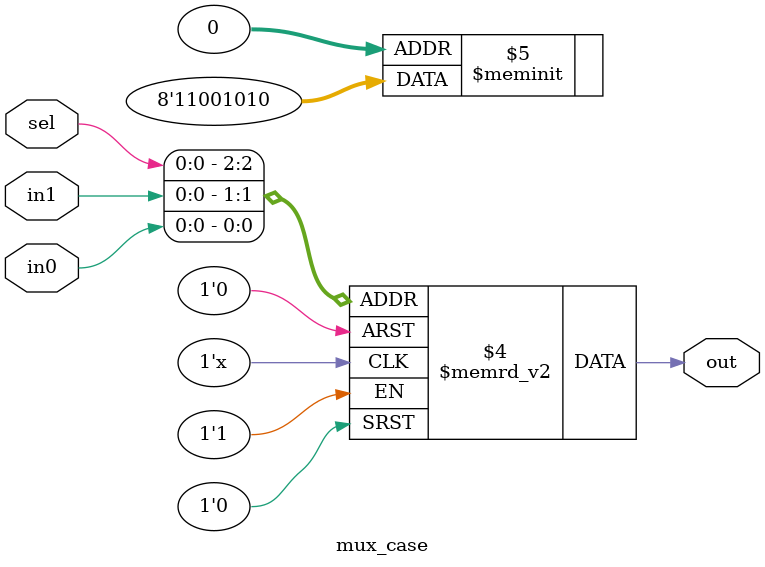
<source format=v>
module mux2to1_cond( out, in0,in1,sel);

output	out;
input	in0;
input	in1;
input	sel;

assign	out=(sel)? in1 : in0 ;

endmodule


module mux2tal_if(out,in0,in1,sel);

output	out;
input	in0;
input	in1;
input	sel;

reg out;

always @(*) begin

	if(sel==1'b0) begin
		out = in0;
	end else begin
		out = in1;
	end
end

endmodule




module mux_case(out,in0,in1,sel);

output	out;
input	in0;
input	in1;
input	sel;

reg out;
always @(*) begin
	case({sel,in1,in0})
		3'b000 : {out} = 1'b0;
		3'b001 : {out} = 1'b1;
		3'b010 : {out} = 1'b0;
		3'b011 : {out} = 1'b1;
		3'b100 : {out} = 1'b0;
		3'b101 : {out} = 1'b0;
		3'b110 : {out} = 1'b1;
		3'b111 : {out} = 1'b1;
	endcase
end
endmodule


















</source>
